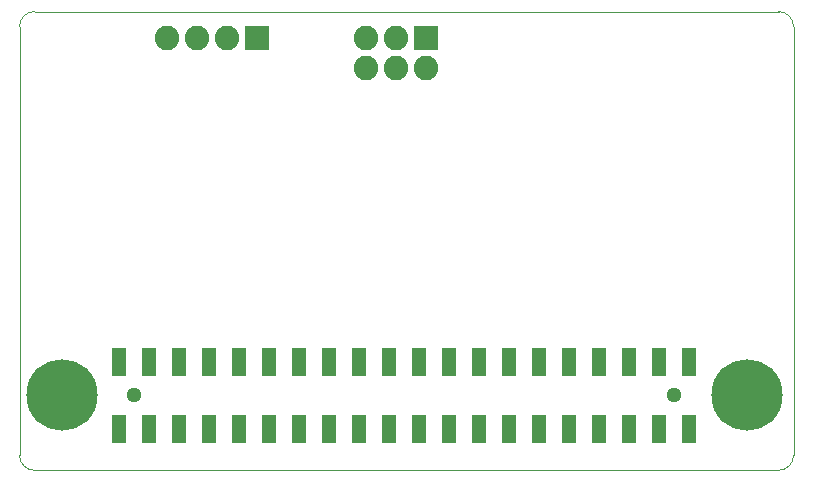
<source format=gbs>
G04*
G04 #@! TF.GenerationSoftware,Altium Limited,Altium Designer,22.2.1 (43)*
G04*
G04 Layer_Color=16711935*
%FSLAX25Y25*%
%MOIN*%
G70*
G04*
G04 #@! TF.SameCoordinates,9D487286-0820-45C8-B7CC-BF608446F30D*
G04*
G04*
G04 #@! TF.FilePolarity,Negative*
G04*
G01*
G75*
%ADD17C,0.00100*%
%ADD44C,0.08200*%
%ADD45R,0.08200X0.08200*%
%ADD46C,0.23748*%
%ADD47C,0.05091*%
%ADD62R,0.04816X0.09540*%
D17*
X100000Y105000D02*
G03*
X105000Y100000I5000J0D01*
G01*
X353000D02*
G03*
X358000Y105000I0J5000D01*
G01*
Y247953D02*
G03*
X353000Y252953I-5000J0D01*
G01*
X105000D02*
G03*
X100000Y247953I0J-5000D01*
G01*
Y105000D02*
Y108661D01*
X105000Y100000D02*
X108661D01*
X348031D02*
X353000D01*
X358000Y105000D02*
Y109968D01*
Y240425D02*
Y247953D01*
X345472Y252953D02*
X353000D01*
X105000D02*
X111221D01*
X100000Y241732D02*
Y247953D01*
X108661Y100000D02*
X348031D01*
X358000Y109968D02*
Y240425D01*
X100000Y108661D02*
Y241732D01*
X111221Y252953D02*
X345472D01*
D44*
X169291Y244094D02*
D03*
X159291D02*
D03*
X149291D02*
D03*
X215394Y234095D02*
D03*
X225394D02*
D03*
X235394D02*
D03*
X215394Y244094D02*
D03*
X225394D02*
D03*
D45*
X179291D02*
D03*
X235394D02*
D03*
D46*
X114000Y125000D02*
D03*
X342347Y125000D02*
D03*
D47*
X138173D02*
D03*
X318173D02*
D03*
D62*
X323173Y136122D02*
D03*
Y113878D02*
D03*
X313173Y136122D02*
D03*
Y113878D02*
D03*
X303173Y136122D02*
D03*
Y113878D02*
D03*
X293173Y136122D02*
D03*
Y113878D02*
D03*
X283173Y136122D02*
D03*
Y113878D02*
D03*
X273173Y136122D02*
D03*
Y113878D02*
D03*
X263173Y136122D02*
D03*
Y113878D02*
D03*
X253173Y136122D02*
D03*
Y113878D02*
D03*
X243173Y136122D02*
D03*
Y113878D02*
D03*
X233173Y136122D02*
D03*
Y113878D02*
D03*
X223173Y136122D02*
D03*
Y113878D02*
D03*
X213173Y136122D02*
D03*
Y113878D02*
D03*
X203173Y136122D02*
D03*
Y113878D02*
D03*
X193173Y136122D02*
D03*
Y113878D02*
D03*
X183173Y136122D02*
D03*
Y113878D02*
D03*
X173173Y136122D02*
D03*
Y113878D02*
D03*
X163173Y136122D02*
D03*
Y113878D02*
D03*
X153173Y136122D02*
D03*
Y113878D02*
D03*
X143173Y136122D02*
D03*
Y113878D02*
D03*
X133173Y136122D02*
D03*
Y113878D02*
D03*
M02*

</source>
